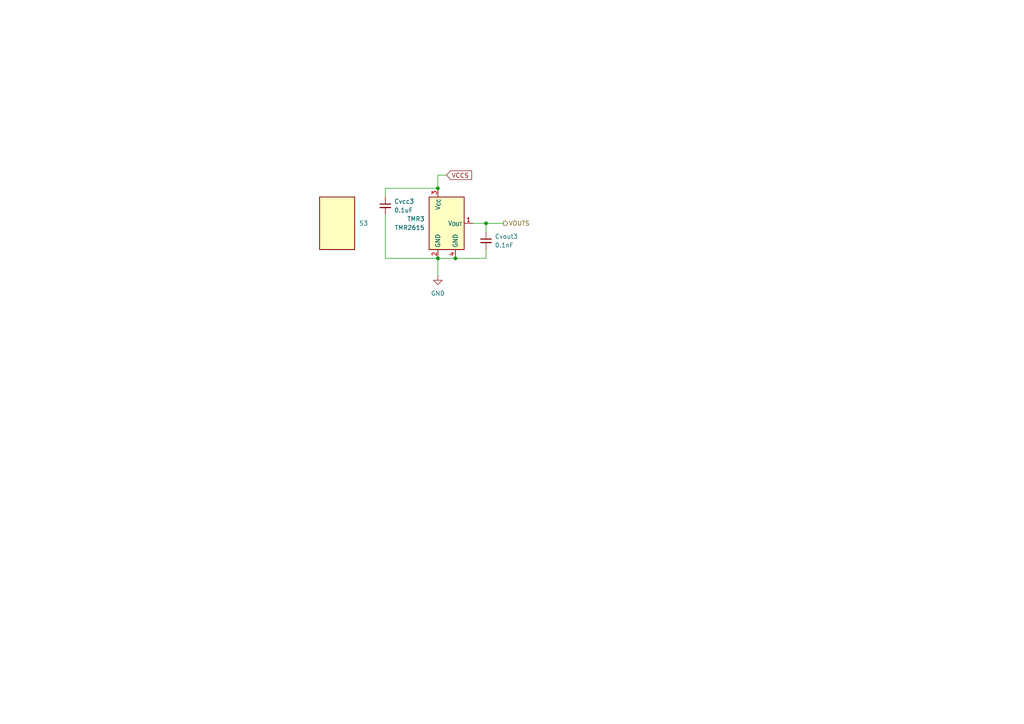
<source format=kicad_sch>
(kicad_sch (version 20250114) (generator "eeschema") (generator_version "9.0")
  (paper "A4")
  (lib_symbols
    (symbol "Device:C_Small" (pin_numbers (hide yes)) (pin_names (offset 0.254) (hide yes))
      (property "Reference" "C" (at 0.254 1.778 0))
      (property "Value" "C_Small" (at 0.254 -2.032 0))
      (symbol "C_Small_0_1"
        (polyline (pts (xy -1.524 0.508) (xy 1.524 0.508)) (stroke (width 0.3048)))
        (polyline (pts (xy -1.524 -0.508) (xy 1.524 -0.508)) (stroke (width 0.3302)))
      )
      (symbol "C_Small_1_1"
        (pin passive line (at 0 2.54 270) (length 2.032) (name "~") (number "1"))
        (pin passive line (at 0 -2.54 90) (length 2.032) (name "~") (number "2"))
      )
    )
    (symbol "TMR2615_1"
      (property "Reference" "TMR" (at 0 11.43 0))
      (property "Value" "TMR2615" (at 0 8.89 0))
      (symbol "TMR2615_1_0_1"
        (rectangle (start -5.08 7.62) (end 5.08 -7.62) (stroke (width 0.254)) (fill (type background)))
      )
      (symbol "TMR2615_1_1_1"
        (pin power_in line (at -2.54 10.16 270) (length 2.54) (name "V_{CC}") (number "3"))
        (pin power_in line (at -2.54 -10.16 90) (length 2.54) (name "GND") (number "2"))
        (pin power_in line (at 2.54 -10.16 90) (length 2.54) (name "GND") (number "4"))
        (pin open_collector line (at 7.62 0 180) (length 2.54) (name "V_{OUT}") (number "1"))
      )
    )
    (symbol "power:GND" (power) (pin_numbers (hide yes)) (pin_names (offset 0) (hide yes))
      (property "Value" "GND" (at 0 -3.81 0))
      (symbol "GND_0_1"
        (polyline (pts (xy 0 0) (xy 0 -1.27) (xy 1.27 -1.27) (xy 0 -2.54) (xy -1.27 -1.27) (xy 0 -1.27)))
      )
      (symbol "GND_1_1"
        (pin power_in line (at 0 0 270) (length 0) (name "~") (number "1"))
      )
    )
    (symbol "tmr-lib:Switch"
      (property "Reference" "S" (at 0 3.302 0))
      (symbol "Switch_0_1"
        (rectangle (start -5.08 7.62) (end 5.08 -7.62) (stroke (width 0.254)) (fill (type background)))
      )
    )
  )
  (junction (at 132.08 74.93))
  (junction (at 127 54.61))
  (junction (at 127 74.93))
  (junction (at 140.97 64.77))
  (wire (pts (xy 111.76 62.23) (xy 111.76 74.93)))
  (wire (pts (xy 127 50.8) (xy 127 54.61)))
  (wire (pts (xy 127 74.93) (xy 132.08 74.93)))
  (wire (pts (xy 127 50.8) (xy 129.54 50.8)))
  (wire (pts (xy 111.76 74.93) (xy 127 74.93)))
  (wire (pts (xy 132.08 74.93) (xy 140.97 74.93)))
  (wire (pts (xy 140.97 64.77) (xy 140.97 67.31)))
  (wire (pts (xy 140.97 72.39) (xy 140.97 74.93)))
  (wire (pts (xy 127 74.93) (xy 127 80.01)))
  (wire (pts (xy 140.97 64.77) (xy 146.05 64.77)))
  (wire (pts (xy 137.16 64.77) (xy 140.97 64.77)))
  (wire (pts (xy 111.76 54.61) (xy 111.76 57.15)))
  (wire (pts (xy 111.76 54.61) (xy 127 54.61)))
  (global_label "VCCS" (shape input) (at 129.54 50.8 0) (property "Intersheetrefs" "${INTERSHEET_REFS}" (effects (hide yes))))
  (hierarchical_label "VOUTS" (shape output) (at 146.05 64.77 0))
  (symbol (lib_id "Device:C_Small") (at 140.97 69.85 0) (unit 1)
    (property "Reference" "Cvout1" (at 143.51 68.5862 0) (effects (justify left)))
    (property "Value" "0.1nF" (at 143.51 71.1262 0) (effects (justify left)))
    (property "Footprint" "tmr-lib:C_0402_1005Metric_Cvout" (effects (hide yes)))
    (property "Description" "Unpolarized capacitor, small symbol" (effects (hide yes)))
    (instances (project "pcb" (path "" (reference "Cvout3") (unit 1)) (path "" (reference "Cvout35") (unit 1)) (path "" (reference "Cvout54") (unit 1)) (path "" (reference "Cvout30") (unit 1)) (path "" (reference "Cvout36") (unit 1)) (path "" (reference "Cvout39") (unit 1)) (path "" (reference "Cvout42") (unit 1)) (path "" (reference "Cvout43") (unit 1)) (path "" (reference "Cvout51") (unit 1)) (path "" (reference "Cvout27") (unit 1)) (path "" (reference "Cvout44") (unit 1)) (path "" (reference "Cvout15") (unit 1)) (path "" (reference "Cvout56") (unit 1)) (path "" (reference "Cvout66") (unit 1)) (path "" (reference "Cvout9") (unit 1)) (path "" (reference "Cvout24") (unit 1)) (path "" (reference "Cvout38") (unit 1)) (path "" (reference "Cvout45") (unit 1)) (path "" (reference "Cvout28") (unit 1)) (path "" (reference "Cvout10") (unit 1)) (path "" (reference "Cvout12") (unit 1)) (path "" (reference "Cvout4") (unit 1)) (path "" (reference "Cvout7") (unit 1)) (path "" (reference "Cvout67") (unit 1)) (path "" (reference "Cvout55") (unit 1)) (path "" (reference "Cvout17") (unit 1)) (path "" (reference "Cvout69") (unit 1)) (path "" (reference "Cvout21") (unit 1)) (path "" (reference "Cvout71") (unit 1)) (path "" (reference "Cvout26") (unit 1)) (path "" (reference "Cvout33") (unit 1)) (path "" (reference "Cvout16") (unit 1)) (path "" (reference "Cvout61") (unit 1)) (path "" (reference "Cvout31") (unit 1)) (path "" (reference "Cvout62") (unit 1)) (path "" (reference "Cvout59") (unit 1)) (path "" (reference "Cvout48") (unit 1)) (path "" (reference "Cvout53") (unit 1)) (path "" (reference "Cvout58") (unit 1)) (path "" (reference "Cvout49") (unit 1)) (path "" (reference "Cvout41") (unit 1)) (path "" (reference "Cvout37") (unit 1)) (path "" (reference "Cvout57") (unit 1)) (path "" (reference "Cvout63") (unit 1)) (path "" (reference "Cvout18") (unit 1)) (path "" (reference "Cvout47") (unit 1)) (path "" (reference "Cvout1") (unit 1)) (path "" (reference "Cvout5") (unit 1)) (path "" (reference "Cvout14") (unit 1)) (path "" (reference "Cvout70") (unit 1)) (path "" (reference "Cvout50") (unit 1)) (path "" (reference "Cvout13") (unit 1)) (path "" (reference "Cvout23") (unit 1)) (path "" (reference "Cvout52") (unit 1)) (path "" (reference "Cvout32") (unit 1)) (path "" (reference "Cvout68") (unit 1)) (path "" (reference "Cvout19") (unit 1)) (path "" (reference "Cvout20") (unit 1)) (path "" (reference "Cvout46") (unit 1)) (path "" (reference "Cvout6") (unit 1)) (path "" (reference "Cvout40") (unit 1)) (path "" (reference "Cvout64") (unit 1)) (path "" (reference "Cvout11") (unit 1)) (path "" (reference "Cvout2") (unit 1)) (path "" (reference "Cvout22") (unit 1)) (path "" (reference "Cvout8") (unit 1)) (path "" (reference "Cvout72") (unit 1)) (path "" (reference "Cvout60") (unit 1)) (path "" (reference "Cvout29") (unit 1)) (path "" (reference "Cvout65") (unit 1)) (path "" (reference "Cvout34") (unit 1)) (path "" (reference "Cvout25") (unit 1))))
  )
  (symbol (lib_name "TMR2615_1") (lib_id "tmr-lib:TMR2615") (at 129.54 64.77 0) (unit 1)
    (property "Reference" "TMR1" (at 123.19 63.4999 0) (effects (justify right)))
    (property "Value" "TMR2615" (at 123.19 66.0399 0) (effects (justify right)))
    (property "Footprint" "tmr-lib:TMR2615-DFN-3L-1.6x1.6" (effects (hide yes)))
    (property "Description" "TMR sensor by MDT, x-axis sensitivity, DFN" (effects (hide yes)))
    (instances (project "" (path "" (reference "TMR3") (unit 1)) (path "" (reference "TMR35") (unit 1)) (path "" (reference "TMR54") (unit 1)) (path "" (reference "TMR30") (unit 1)) (path "" (reference "TMR36") (unit 1)) (path "" (reference "TMR39") (unit 1)) (path "" (reference "TMR42") (unit 1)) (path "" (reference "TMR43") (unit 1)) (path "" (reference "TMR51") (unit 1)) (path "" (reference "TMR27") (unit 1)) (path "" (reference "TMR44") (unit 1)) (path "" (reference "TMR15") (unit 1)) (path "" (reference "TMR56") (unit 1)) (path "" (reference "TMR66") (unit 1)) (path "" (reference "TMR9") (unit 1)) (path "" (reference "TMR24") (unit 1)) (path "" (reference "TMR38") (unit 1)) (path "" (reference "TMR45") (unit 1)) (path "" (reference "TMR28") (unit 1)) (path "" (reference "TMR10") (unit 1)) (path "" (reference "TMR12") (unit 1)) (path "" (reference "TMR4") (unit 1)) (path "" (reference "TMR7") (unit 1)) (path "" (reference "TMR67") (unit 1)) (path "" (reference "TMR55") (unit 1)) (path "" (reference "TMR17") (unit 1)) (path "" (reference "TMR69") (unit 1)) (path "" (reference "TMR21") (unit 1)) (path "" (reference "TMR71") (unit 1)) (path "" (reference "TMR26") (unit 1)) (path "" (reference "TMR33") (unit 1)) (path "" (reference "TMR16") (unit 1)) (path "" (reference "TMR61") (unit 1)) (path "" (reference "TMR31") (unit 1)) (path "" (reference "TMR62") (unit 1)) (path "" (reference "TMR59") (unit 1)) (path "" (reference "TMR48") (unit 1)) (path "" (reference "TMR53") (unit 1)) (path "" (reference "TMR58") (unit 1)) (path "" (reference "TMR49") (unit 1)) (path "" (reference "TMR41") (unit 1)) (path "" (reference "TMR37") (unit 1)) (path "" (reference "TMR57") (unit 1)) (path "" (reference "TMR63") (unit 1)) (path "" (reference "TMR18") (unit 1)) (path "" (reference "TMR47") (unit 1)) (path "" (reference "TMR1") (unit 1)) (path "" (reference "TMR5") (unit 1)) (path "" (reference "TMR14") (unit 1)) (path "" (reference "TMR70") (unit 1)) (path "" (reference "TMR50") (unit 1)) (path "" (reference "TMR13") (unit 1)) (path "" (reference "TMR23") (unit 1)) (path "" (reference "TMR52") (unit 1)) (path "" (reference "TMR32") (unit 1)) (path "" (reference "TMR68") (unit 1)) (path "" (reference "TMR19") (unit 1)) (path "" (reference "TMR20") (unit 1)) (path "" (reference "TMR46") (unit 1)) (path "" (reference "TMR6") (unit 1)) (path "" (reference "TMR40") (unit 1)) (path "" (reference "TMR64") (unit 1)) (path "" (reference "TMR11") (unit 1)) (path "" (reference "TMR2") (unit 1)) (path "" (reference "TMR22") (unit 1)) (path "" (reference "TMR8") (unit 1)) (path "" (reference "TMR72") (unit 1)) (path "" (reference "TMR60") (unit 1)) (path "" (reference "TMR29") (unit 1)) (path "" (reference "TMR65") (unit 1)) (path "" (reference "TMR34") (unit 1)) (path "" (reference "TMR25") (unit 1))))
  )
  (symbol (lib_id "power:GND") (at 127 80.01 0) (unit 1)
    (property "Reference" "#PWR02" (effects (hide yes)))
    (property "Value" "GND" (at 127 85.09 0))
    (property "Description" "Power symbol creates a global label with name \"GND\" , ground" (effects (hide yes)))
    (instances (project "pcb" (path "" (reference "#PWR063") (unit 1)) (path "" (reference "#PWR095") (unit 1)) (path "" (reference "#PWR0114") (unit 1)) (path "" (reference "#PWR090") (unit 1)) (path "" (reference "#PWR096") (unit 1)) (path "" (reference "#PWR099") (unit 1)) (path "" (reference "#PWR0102") (unit 1)) (path "" (reference "#PWR0103") (unit 1)) (path "" (reference "#PWR0111") (unit 1)) (path "" (reference "#PWR087") (unit 1)) (path "" (reference "#PWR0104") (unit 1)) (path "" (reference "#PWR075") (unit 1)) (path "" (reference "#PWR0116") (unit 1)) (path "" (reference "#PWR0126") (unit 1)) (path "" (reference "#PWR069") (unit 1)) (path "" (reference "#PWR084") (unit 1)) (path "" (reference "#PWR098") (unit 1)) (path "" (reference "#PWR0105") (unit 1)) (path "" (reference "#PWR088") (unit 1)) (path "" (reference "#PWR070") (unit 1)) (path "" (reference "#PWR072") (unit 1)) (path "" (reference "#PWR064") (unit 1)) (path "" (reference "#PWR067") (unit 1)) (path "" (reference "#PWR0127") (unit 1)) (path "" (reference "#PWR0115") (unit 1)) (path "" (reference "#PWR077") (unit 1)) (path "" (reference "#PWR0129") (unit 1)) (path "" (reference "#PWR081") (unit 1)) (path "" (reference "#PWR0131") (unit 1)) (path "" (reference "#PWR086") (unit 1)) (path "" (reference "#PWR093") (unit 1)) (path "" (reference "#PWR076") (unit 1)) (path "" (reference "#PWR0121") (unit 1)) (path "" (reference "#PWR091") (unit 1)) (path "" (reference "#PWR0122") (unit 1)) (path "" (reference "#PWR0119") (unit 1)) (path "" (reference "#PWR0108") (unit 1)) (path "" (reference "#PWR0113") (unit 1)) (path "" (reference "#PWR0118") (unit 1)) (path "" (reference "#PWR0109") (unit 1)) (path "" (reference "#PWR0101") (unit 1)) (path "" (reference "#PWR097") (unit 1)) (path "" (reference "#PWR0117") (unit 1)) (path "" (reference "#PWR0123") (unit 1)) (path "" (reference "#PWR078") (unit 1)) (path "" (reference "#PWR0107") (unit 1)) (path "" (reference "#PWR02") (unit 1)) (path "" (reference "#PWR065") (unit 1)) (path "" (reference "#PWR074") (unit 1)) (path "" (reference "#PWR0130") (unit 1)) (path "" (reference "#PWR0110") (unit 1)) (path "" (reference "#PWR073") (unit 1)) (path "" (reference "#PWR083") (unit 1)) (path "" (reference "#PWR0112") (unit 1)) (path "" (reference "#PWR092") (unit 1)) (path "" (reference "#PWR0128") (unit 1)) (path "" (reference "#PWR079") (unit 1)) (path "" (reference "#PWR080") (unit 1)) (path "" (reference "#PWR0106") (unit 1)) (path "" (reference "#PWR066") (unit 1)) (path "" (reference "#PWR0100") (unit 1)) (path "" (reference "#PWR0124") (unit 1)) (path "" (reference "#PWR071") (unit 1)) (path "" (reference "#PWR062") (unit 1)) (path "" (reference "#PWR082") (unit 1)) (path "" (reference "#PWR068") (unit 1)) (path "" (reference "#PWR0132") (unit 1)) (path "" (reference "#PWR0120") (unit 1)) (path "" (reference "#PWR089") (unit 1)) (path "" (reference "#PWR0125") (unit 1)) (path "" (reference "#PWR094") (unit 1)) (path "" (reference "#PWR085") (unit 1))))
  )
  (symbol (lib_id "Device:C_Small") (at 111.76 59.69 0) (unit 1)
    (property "Reference" "Cvcc1" (at 114.3 58.4262 0) (effects (justify left)))
    (property "Value" "0.1uF" (at 114.3 60.9662 0) (effects (justify left)))
    (property "Footprint" "tmr-lib:C_0402_1005Metric_Cvcc" (effects (hide yes)))
    (property "Description" "Unpolarized capacitor, small symbol" (effects (hide yes)))
    (instances (project "pcb" (path "" (reference "Cvcc3") (unit 1)) (path "" (reference "Cvcc35") (unit 1)) (path "" (reference "Cvcc54") (unit 1)) (path "" (reference "Cvcc30") (unit 1)) (path "" (reference "Cvcc36") (unit 1)) (path "" (reference "Cvcc39") (unit 1)) (path "" (reference "Cvcc42") (unit 1)) (path "" (reference "Cvcc43") (unit 1)) (path "" (reference "Cvcc51") (unit 1)) (path "" (reference "Cvcc27") (unit 1)) (path "" (reference "Cvcc44") (unit 1)) (path "" (reference "Cvcc15") (unit 1)) (path "" (reference "Cvcc56") (unit 1)) (path "" (reference "Cvcc66") (unit 1)) (path "" (reference "Cvcc9") (unit 1)) (path "" (reference "Cvcc24") (unit 1)) (path "" (reference "Cvcc38") (unit 1)) (path "" (reference "Cvcc45") (unit 1)) (path "" (reference "Cvcc28") (unit 1)) (path "" (reference "Cvcc10") (unit 1)) (path "" (reference "Cvcc12") (unit 1)) (path "" (reference "Cvcc4") (unit 1)) (path "" (reference "Cvcc7") (unit 1)) (path "" (reference "Cvcc67") (unit 1)) (path "" (reference "Cvcc55") (unit 1)) (path "" (reference "Cvcc17") (unit 1)) (path "" (reference "Cvcc69") (unit 1)) (path "" (reference "Cvcc21") (unit 1)) (path "" (reference "Cvcc71") (unit 1)) (path "" (reference "Cvcc26") (unit 1)) (path "" (reference "Cvcc33") (unit 1)) (path "" (reference "Cvcc16") (unit 1)) (path "" (reference "Cvcc61") (unit 1)) (path "" (reference "Cvcc31") (unit 1)) (path "" (reference "Cvcc62") (unit 1)) (path "" (reference "Cvcc59") (unit 1)) (path "" (reference "Cvcc48") (unit 1)) (path "" (reference "Cvcc53") (unit 1)) (path "" (reference "Cvcc58") (unit 1)) (path "" (reference "Cvcc49") (unit 1)) (path "" (reference "Cvcc41") (unit 1)) (path "" (reference "Cvcc37") (unit 1)) (path "" (reference "Cvcc57") (unit 1)) (path "" (reference "Cvcc63") (unit 1)) (path "" (reference "Cvcc18") (unit 1)) (path "" (reference "Cvcc47") (unit 1)) (path "" (reference "Cvcc1") (unit 1)) (path "" (reference "Cvcc5") (unit 1)) (path "" (reference "Cvcc14") (unit 1)) (path "" (reference "Cvcc70") (unit 1)) (path "" (reference "Cvcc50") (unit 1)) (path "" (reference "Cvcc13") (unit 1)) (path "" (reference "Cvcc23") (unit 1)) (path "" (reference "Cvcc52") (unit 1)) (path "" (reference "Cvcc32") (unit 1)) (path "" (reference "Cvcc68") (unit 1)) (path "" (reference "Cvcc19") (unit 1)) (path "" (reference "Cvcc20") (unit 1)) (path "" (reference "Cvcc46") (unit 1)) (path "" (reference "Cvcc6") (unit 1)) (path "" (reference "Cvcc40") (unit 1)) (path "" (reference "Cvcc64") (unit 1)) (path "" (reference "Cvcc11") (unit 1)) (path "" (reference "Cvcc2") (unit 1)) (path "" (reference "Cvcc22") (unit 1)) (path "" (reference "Cvcc8") (unit 1)) (path "" (reference "Cvcc72") (unit 1)) (path "" (reference "Cvcc60") (unit 1)) (path "" (reference "Cvcc29") (unit 1)) (path "" (reference "Cvcc65") (unit 1)) (path "" (reference "Cvcc34") (unit 1)) (path "" (reference "Cvcc25") (unit 1))))
  )
  (symbol (lib_id "tmr-lib:Switch") (at 97.79 64.77 0) (unit 1)
    (property "Reference" "S1" (at 104.14 64.7699 0) (effects (justify left)))
    (property "Value" "Switch" (effects (hide yes)))
    (property "Footprint" "tmr-lib:Kailh_sw_lowpro" (effects (hide yes)))
    (property "Description" "Gateron Low profile magentic switch" (effects (hide yes)))
    (instances (project "pcb" (path "" (reference "S3") (unit 1)) (path "" (reference "S35") (unit 1)) (path "" (reference "S54") (unit 1)) (path "" (reference "S30") (unit 1)) (path "" (reference "S36") (unit 1)) (path "" (reference "S39") (unit 1)) (path "" (reference "S42") (unit 1)) (path "" (reference "S43") (unit 1)) (path "" (reference "S51") (unit 1)) (path "" (reference "S27") (unit 1)) (path "" (reference "S44") (unit 1)) (path "" (reference "S15") (unit 1)) (path "" (reference "S56") (unit 1)) (path "" (reference "S66") (unit 1)) (path "" (reference "S9") (unit 1)) (path "" (reference "S24") (unit 1)) (path "" (reference "S38") (unit 1)) (path "" (reference "S45") (unit 1)) (path "" (reference "S28") (unit 1)) (path "" (reference "S10") (unit 1)) (path "" (reference "S12") (unit 1)) (path "" (reference "S4") (unit 1)) (path "" (reference "S7") (unit 1)) (path "" (reference "S67") (unit 1)) (path "" (reference "S55") (unit 1)) (path "" (reference "S17") (unit 1)) (path "" (reference "S69") (unit 1)) (path "" (reference "S21") (unit 1)) (path "" (reference "S71") (unit 1)) (path "" (reference "S26") (unit 1)) (path "" (reference "S33") (unit 1)) (path "" (reference "S16") (unit 1)) (path "" (reference "S61") (unit 1)) (path "" (reference "S31") (unit 1)) (path "" (reference "S62") (unit 1)) (path "" (reference "S59") (unit 1)) (path "" (reference "S48") (unit 1)) (path "" (reference "S53") (unit 1)) (path "" (reference "S58") (unit 1)) (path "" (reference "S49") (unit 1)) (path "" (reference "S41") (unit 1)) (path "" (reference "S37") (unit 1)) (path "" (reference "S57") (unit 1)) (path "" (reference "S63") (unit 1)) (path "" (reference "S18") (unit 1)) (path "" (reference "S47") (unit 1)) (path "" (reference "S1") (unit 1)) (path "" (reference "S5") (unit 1)) (path "" (reference "S14") (unit 1)) (path "" (reference "S70") (unit 1)) (path "" (reference "S50") (unit 1)) (path "" (reference "S13") (unit 1)) (path "" (reference "S23") (unit 1)) (path "" (reference "S52") (unit 1)) (path "" (reference "S32") (unit 1)) (path "" (reference "S68") (unit 1)) (path "" (reference "S19") (unit 1)) (path "" (reference "S20") (unit 1)) (path "" (reference "S46") (unit 1)) (path "" (reference "S6") (unit 1)) (path "" (reference "S40") (unit 1)) (path "" (reference "S64") (unit 1)) (path "" (reference "S11") (unit 1)) (path "" (reference "S2") (unit 1)) (path "" (reference "S22") (unit 1)) (path "" (reference "S8") (unit 1)) (path "" (reference "S72") (unit 1)) (path "" (reference "S60") (unit 1)) (path "" (reference "S29") (unit 1)) (path "" (reference "S65") (unit 1)) (path "" (reference "S34") (unit 1)) (path "" (reference "S25") (unit 1))))
  )
)
</source>
